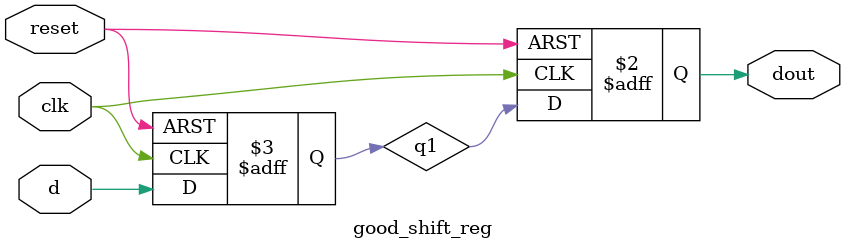
<source format=v>
module good_shift_reg (input clk , input reset , input d , output reg dout);
reg q1;
always @ (posedge clk , posedge reset)
begin
	if(reset)
	begin
		q1 <= 1'b0;
		dout <= 1'b0;
	end
	else
	begin
		dout <= q1;
		q1 <= d;
	end
end
endmodule

</source>
